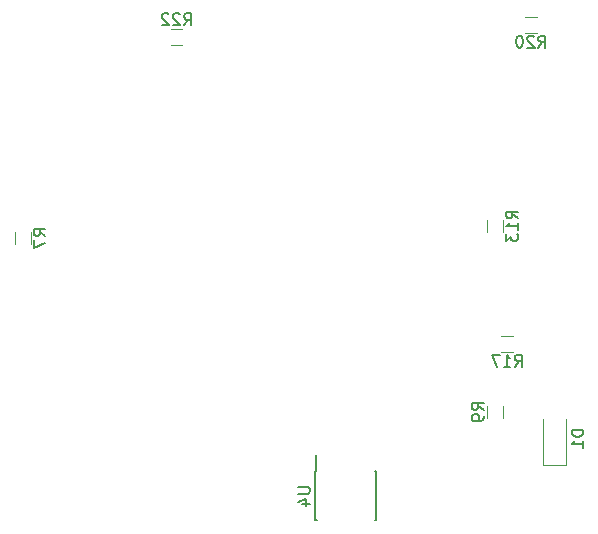
<source format=gbo>
G04 #@! TF.GenerationSoftware,KiCad,Pcbnew,(5.1.0)-1*
G04 #@! TF.CreationDate,2019-03-19T22:56:10-07:00*
G04 #@! TF.ProjectId,DashSight-Mezzanine-Card,44617368-5369-4676-9874-2d4d657a7a61,rev?*
G04 #@! TF.SameCoordinates,Original*
G04 #@! TF.FileFunction,Legend,Bot*
G04 #@! TF.FilePolarity,Positive*
%FSLAX46Y46*%
G04 Gerber Fmt 4.6, Leading zero omitted, Abs format (unit mm)*
G04 Created by KiCad (PCBNEW (5.1.0)-1) date 2019-03-19 22:56:10*
%MOMM*%
%LPD*%
G04 APERTURE LIST*
%ADD10C,0.120000*%
%ADD11C,0.150000*%
G04 APERTURE END LIST*
D10*
X179000000Y-111250000D02*
X177000000Y-111250000D01*
X177000000Y-111250000D02*
X177000000Y-107350000D01*
X179000000Y-111250000D02*
X179000000Y-107350000D01*
D11*
X157762500Y-111780500D02*
X157812500Y-111780500D01*
X157762500Y-115930500D02*
X157907500Y-115930500D01*
X162912500Y-115930500D02*
X162767500Y-115930500D01*
X162912500Y-111780500D02*
X162767500Y-111780500D01*
X157762500Y-111780500D02*
X157762500Y-115930500D01*
X162912500Y-111780500D02*
X162912500Y-115930500D01*
X157812500Y-111780500D02*
X157812500Y-110380500D01*
D10*
X173680000Y-107250000D02*
X173680000Y-106250000D01*
X172320000Y-106250000D02*
X172320000Y-107250000D01*
X176500000Y-73320000D02*
X175500000Y-73320000D01*
X175500000Y-74680000D02*
X176500000Y-74680000D01*
X145500000Y-75680000D02*
X146500000Y-75680000D01*
X146500000Y-74320000D02*
X145500000Y-74320000D01*
X172320000Y-90500000D02*
X172320000Y-91500000D01*
X173680000Y-91500000D02*
X173680000Y-90500000D01*
X174500000Y-100320000D02*
X173500000Y-100320000D01*
X173500000Y-101680000D02*
X174500000Y-101680000D01*
X132320000Y-91500000D02*
X132320000Y-92500000D01*
X133680000Y-92500000D02*
X133680000Y-91500000D01*
D11*
X180452380Y-108261904D02*
X179452380Y-108261904D01*
X179452380Y-108500000D01*
X179500000Y-108642857D01*
X179595238Y-108738095D01*
X179690476Y-108785714D01*
X179880952Y-108833333D01*
X180023809Y-108833333D01*
X180214285Y-108785714D01*
X180309523Y-108738095D01*
X180404761Y-108642857D01*
X180452380Y-108500000D01*
X180452380Y-108261904D01*
X180452380Y-109785714D02*
X180452380Y-109214285D01*
X180452380Y-109500000D02*
X179452380Y-109500000D01*
X179595238Y-109404761D01*
X179690476Y-109309523D01*
X179738095Y-109214285D01*
X156289880Y-113093595D02*
X157099404Y-113093595D01*
X157194642Y-113141214D01*
X157242261Y-113188833D01*
X157289880Y-113284071D01*
X157289880Y-113474547D01*
X157242261Y-113569785D01*
X157194642Y-113617404D01*
X157099404Y-113665023D01*
X156289880Y-113665023D01*
X156623214Y-114569785D02*
X157289880Y-114569785D01*
X156242261Y-114331690D02*
X156956547Y-114093595D01*
X156956547Y-114712642D01*
X172002380Y-106583333D02*
X171526190Y-106250000D01*
X172002380Y-106011904D02*
X171002380Y-106011904D01*
X171002380Y-106392857D01*
X171050000Y-106488095D01*
X171097619Y-106535714D01*
X171192857Y-106583333D01*
X171335714Y-106583333D01*
X171430952Y-106535714D01*
X171478571Y-106488095D01*
X171526190Y-106392857D01*
X171526190Y-106011904D01*
X172002380Y-107059523D02*
X172002380Y-107250000D01*
X171954761Y-107345238D01*
X171907142Y-107392857D01*
X171764285Y-107488095D01*
X171573809Y-107535714D01*
X171192857Y-107535714D01*
X171097619Y-107488095D01*
X171050000Y-107440476D01*
X171002380Y-107345238D01*
X171002380Y-107154761D01*
X171050000Y-107059523D01*
X171097619Y-107011904D01*
X171192857Y-106964285D01*
X171430952Y-106964285D01*
X171526190Y-107011904D01*
X171573809Y-107059523D01*
X171621428Y-107154761D01*
X171621428Y-107345238D01*
X171573809Y-107440476D01*
X171526190Y-107488095D01*
X171430952Y-107535714D01*
X176642857Y-75902380D02*
X176976190Y-75426190D01*
X177214285Y-75902380D02*
X177214285Y-74902380D01*
X176833333Y-74902380D01*
X176738095Y-74950000D01*
X176690476Y-74997619D01*
X176642857Y-75092857D01*
X176642857Y-75235714D01*
X176690476Y-75330952D01*
X176738095Y-75378571D01*
X176833333Y-75426190D01*
X177214285Y-75426190D01*
X176261904Y-74997619D02*
X176214285Y-74950000D01*
X176119047Y-74902380D01*
X175880952Y-74902380D01*
X175785714Y-74950000D01*
X175738095Y-74997619D01*
X175690476Y-75092857D01*
X175690476Y-75188095D01*
X175738095Y-75330952D01*
X176309523Y-75902380D01*
X175690476Y-75902380D01*
X175071428Y-74902380D02*
X174976190Y-74902380D01*
X174880952Y-74950000D01*
X174833333Y-74997619D01*
X174785714Y-75092857D01*
X174738095Y-75283333D01*
X174738095Y-75521428D01*
X174785714Y-75711904D01*
X174833333Y-75807142D01*
X174880952Y-75854761D01*
X174976190Y-75902380D01*
X175071428Y-75902380D01*
X175166666Y-75854761D01*
X175214285Y-75807142D01*
X175261904Y-75711904D01*
X175309523Y-75521428D01*
X175309523Y-75283333D01*
X175261904Y-75092857D01*
X175214285Y-74997619D01*
X175166666Y-74950000D01*
X175071428Y-74902380D01*
X146642857Y-74002380D02*
X146976190Y-73526190D01*
X147214285Y-74002380D02*
X147214285Y-73002380D01*
X146833333Y-73002380D01*
X146738095Y-73050000D01*
X146690476Y-73097619D01*
X146642857Y-73192857D01*
X146642857Y-73335714D01*
X146690476Y-73430952D01*
X146738095Y-73478571D01*
X146833333Y-73526190D01*
X147214285Y-73526190D01*
X146261904Y-73097619D02*
X146214285Y-73050000D01*
X146119047Y-73002380D01*
X145880952Y-73002380D01*
X145785714Y-73050000D01*
X145738095Y-73097619D01*
X145690476Y-73192857D01*
X145690476Y-73288095D01*
X145738095Y-73430952D01*
X146309523Y-74002380D01*
X145690476Y-74002380D01*
X145309523Y-73097619D02*
X145261904Y-73050000D01*
X145166666Y-73002380D01*
X144928571Y-73002380D01*
X144833333Y-73050000D01*
X144785714Y-73097619D01*
X144738095Y-73192857D01*
X144738095Y-73288095D01*
X144785714Y-73430952D01*
X145357142Y-74002380D01*
X144738095Y-74002380D01*
X174902380Y-90357142D02*
X174426190Y-90023809D01*
X174902380Y-89785714D02*
X173902380Y-89785714D01*
X173902380Y-90166666D01*
X173950000Y-90261904D01*
X173997619Y-90309523D01*
X174092857Y-90357142D01*
X174235714Y-90357142D01*
X174330952Y-90309523D01*
X174378571Y-90261904D01*
X174426190Y-90166666D01*
X174426190Y-89785714D01*
X174902380Y-91309523D02*
X174902380Y-90738095D01*
X174902380Y-91023809D02*
X173902380Y-91023809D01*
X174045238Y-90928571D01*
X174140476Y-90833333D01*
X174188095Y-90738095D01*
X173902380Y-91642857D02*
X173902380Y-92261904D01*
X174283333Y-91928571D01*
X174283333Y-92071428D01*
X174330952Y-92166666D01*
X174378571Y-92214285D01*
X174473809Y-92261904D01*
X174711904Y-92261904D01*
X174807142Y-92214285D01*
X174854761Y-92166666D01*
X174902380Y-92071428D01*
X174902380Y-91785714D01*
X174854761Y-91690476D01*
X174807142Y-91642857D01*
X174642857Y-102902380D02*
X174976190Y-102426190D01*
X175214285Y-102902380D02*
X175214285Y-101902380D01*
X174833333Y-101902380D01*
X174738095Y-101950000D01*
X174690476Y-101997619D01*
X174642857Y-102092857D01*
X174642857Y-102235714D01*
X174690476Y-102330952D01*
X174738095Y-102378571D01*
X174833333Y-102426190D01*
X175214285Y-102426190D01*
X173690476Y-102902380D02*
X174261904Y-102902380D01*
X173976190Y-102902380D02*
X173976190Y-101902380D01*
X174071428Y-102045238D01*
X174166666Y-102140476D01*
X174261904Y-102188095D01*
X173357142Y-101902380D02*
X172690476Y-101902380D01*
X173119047Y-102902380D01*
X134902380Y-91833333D02*
X134426190Y-91500000D01*
X134902380Y-91261904D02*
X133902380Y-91261904D01*
X133902380Y-91642857D01*
X133950000Y-91738095D01*
X133997619Y-91785714D01*
X134092857Y-91833333D01*
X134235714Y-91833333D01*
X134330952Y-91785714D01*
X134378571Y-91738095D01*
X134426190Y-91642857D01*
X134426190Y-91261904D01*
X133902380Y-92166666D02*
X133902380Y-92833333D01*
X134902380Y-92404761D01*
M02*

</source>
